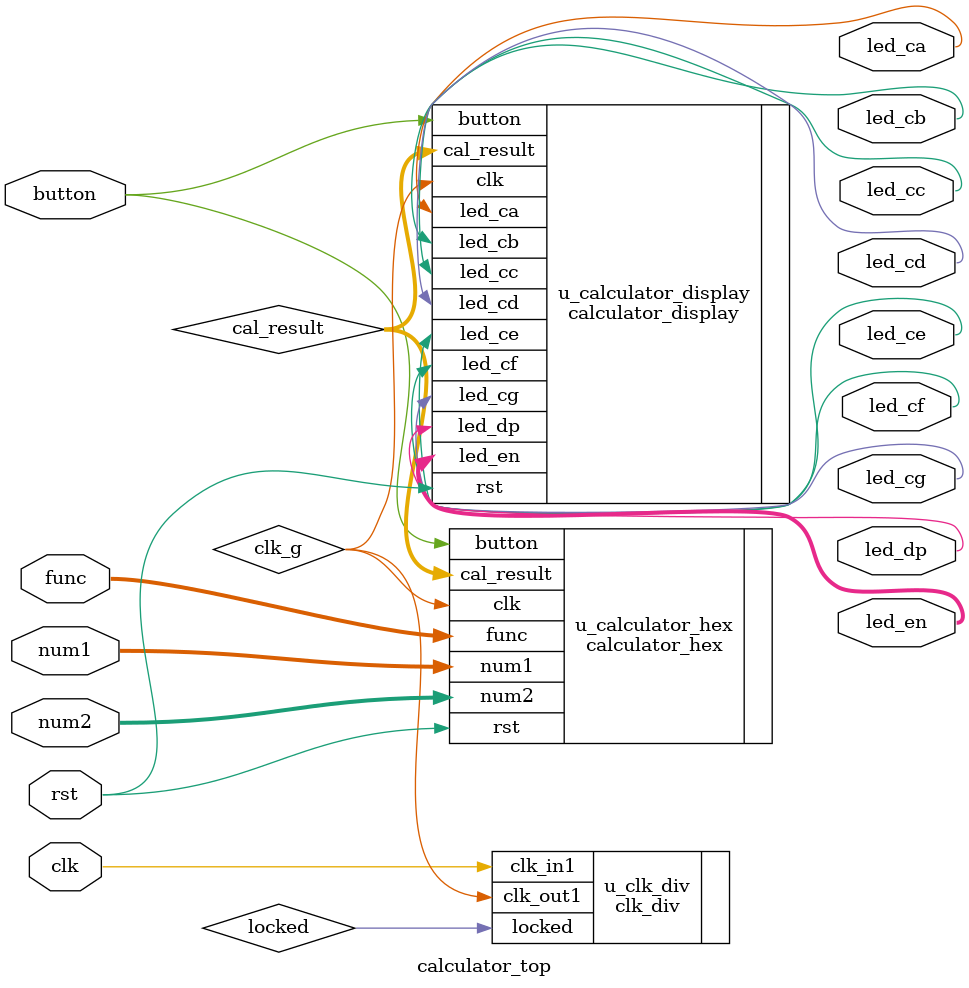
<source format=v>
module calculator_top (
    input  wire       clk   ,
	input  wire       rst   ,
	input  wire       button,
	input  wire [2:0] func  ,
	input  wire [7:0] num1  ,
	input  wire [7:0] num2  ,
 	output wire [7:0] led_en,
	output wire       led_ca,
	output wire       led_cb,
    output wire       led_cc,
	output wire       led_cd,
	output wire       led_ce,
	output wire       led_cf,
	output wire       led_cg,
	output wire       led_dp 
);

wire        clk_g     ;
wire [31:0] cal_result;
wire locked;
//wire button_new;

clk_div u_clk_div (
    .clk_in1  (clk   ),
	.clk_out1 (clk_g ),
	.locked   (locked)
);

calculator_hex u_calculator_hex (
    .clk        (clk_g     ),
	.rst        (rst       ),
    .button     (button),
    .func       (func      ),
    .num1       (num1      ),
    .num2       (num2      ),
	.cal_result (cal_result)
//	.button_new (button_new)
);

calculator_display u_calculator_display (
    .clk        (clk_g     ),
	.rst        (rst       ),
	.button     (button),
//	.button     (button_new),
	.cal_result (cal_result),
	.led_en     (led_en    ),
	.led_ca     (led_ca    ),
	.led_cb     (led_cb    ),
	.led_cc     (led_cc    ),
	.led_cd     (led_cd    ),
	.led_ce     (led_ce    ),
	.led_cf     (led_cf    ),
	.led_cg     (led_cg    ),
	.led_dp     (led_dp    )
);

endmodule
</source>
